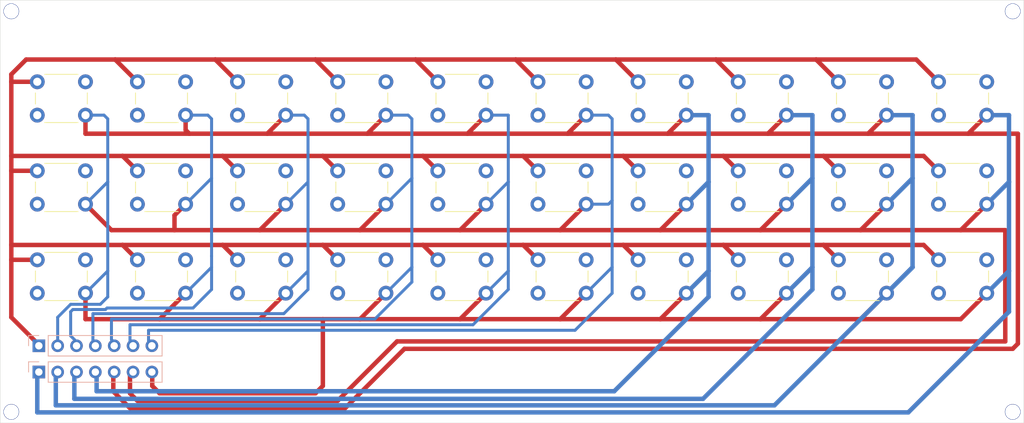
<source format=kicad_pcb>
(kicad_pcb (version 20241229) (generator "pcbnew") (generator_version "9.0")
  (layers (0 "F.Cu" signal) (2 "B.Cu" signal) (13 "F.Paste" user) (15 "B.Paste" user) (5 "F.SilkS" user "F.Silkscreen") (7 "B.SilkS" user "B.Silkscreen") (1 "F.Mask" user) (3 "B.Mask" user) (25 "Edge.Cuts" user))
  (net 0 "")
  (net 1 ".")
  (footprint "Button_Switch_THT:SW_PUSH_6mm" (layer "F.Cu") (at 165.5 99)
    (property "Reference" "j" (hide yes))
    (property "Value" "SW_PUSH_6mm" (hide yes))
    (fp_line (start -0.25 1.5) (end -0.25 3) (stroke (width 0.12)) (layer "F.SilkS"))
    (fp_line (start 1 5.5) (end 5.5 5.5) (stroke (width 0.12)) (layer "F.SilkS"))
    (fp_line (start 5.5 -1) (end 1 -1) (stroke (width 0.12)) (layer "F.SilkS"))
    (fp_line (start 6.75 3) (end 6.75 1.5) (stroke (width 0.12)) (layer "F.SilkS"))
    (pad "1" thru_hole circle (at 0 0 90) (size 2 2) (drill 1.1) (layers "*.Cu" "*.Mask") (net 1 "."))
    (pad "1" thru_hole circle (at 6.5 0 90) (size 2 2) (drill 1.1) (layers "*.Cu" "*.Mask"))
    (pad "2" thru_hole circle (at 0 4.5 90) (size 2 2) (drill 1.1) (layers "*.Cu" "*.Mask"))
    (pad "2" thru_hole circle (at 6.5 4.5 90) (size 2 2) (drill 1.1) (layers "*.Cu" "*.Mask") (net 1 "."))
  )
  (footprint "Button_Switch_THT:SW_PUSH_6mm" (layer "F.Cu") (at 138.5 99)
    (property "Reference" "g" (hide yes))
    (property "Value" "SW_PUSH_6mm" (hide yes))
    (fp_line (start -0.25 1.5) (end -0.25 3) (stroke (width 0.12)) (layer "F.SilkS"))
    (fp_line (start 1 5.5) (end 5.5 5.5) (stroke (width 0.12)) (layer "F.SilkS"))
    (fp_line (start 5.5 -1) (end 1 -1) (stroke (width 0.12)) (layer "F.SilkS"))
    (fp_line (start 6.75 3) (end 6.75 1.5) (stroke (width 0.12)) (layer "F.SilkS"))
    (pad "1" thru_hole circle (at 0 0 90) (size 2 2) (drill 1.1) (layers "*.Cu" "*.Mask") (net 1 "."))
    (pad "1" thru_hole circle (at 6.5 0 90) (size 2 2) (drill 1.1) (layers "*.Cu" "*.Mask"))
    (pad "2" thru_hole circle (at 0 4.5 90) (size 2 2) (drill 1.1) (layers "*.Cu" "*.Mask"))
    (pad "2" thru_hole circle (at 6.5 4.5 90) (size 2 2) (drill 1.1) (layers "*.Cu" "*.Mask") (net 1 "."))
  )
  (footprint "Button_Switch_THT:SW_PUSH_6mm" (layer "F.Cu") (at 84.5 111)
    (property "Reference" "z" (hide yes))
    (property "Value" "SW_PUSH_6mm" (hide yes))
    (fp_line (start -0.25 1.5) (end -0.25 3) (stroke (width 0.12)) (layer "F.SilkS"))
    (fp_line (start 1 5.5) (end 5.5 5.5) (stroke (width 0.12)) (layer "F.SilkS"))
    (fp_line (start 5.5 -1) (end 1 -1) (stroke (width 0.12)) (layer "F.SilkS"))
    (fp_line (start 6.75 3) (end 6.75 1.5) (stroke (width 0.12)) (layer "F.SilkS"))
    (pad "1" thru_hole circle (at 0 0 90) (size 2 2) (drill 1.1) (layers "*.Cu" "*.Mask") (net 1 "."))
    (pad "1" thru_hole circle (at 6.5 0 90) (size 2 2) (drill 1.1) (layers "*.Cu" "*.Mask"))
    (pad "2" thru_hole circle (at 0 4.5 90) (size 2 2) (drill 1.1) (layers "*.Cu" "*.Mask"))
    (pad "2" thru_hole circle (at 6.5 4.5 90) (size 2 2) (drill 1.1) (layers "*.Cu" "*.Mask") (net 1 "."))
  )
  (footprint "Button_Switch_THT:SW_PUSH_6mm" (layer "F.Cu") (at 165.5 87)
    (property "Reference" "u" (hide yes))
    (property "Value" "SW_PUSH_6mm" (hide yes))
    (fp_line (start -0.25 1.5) (end -0.25 3) (stroke (width 0.12)) (layer "F.SilkS"))
    (fp_line (start 1 5.5) (end 5.5 5.5) (stroke (width 0.12)) (layer "F.SilkS"))
    (fp_line (start 5.5 -1) (end 1 -1) (stroke (width 0.12)) (layer "F.SilkS"))
    (fp_line (start 6.75 3) (end 6.75 1.5) (stroke (width 0.12)) (layer "F.SilkS"))
    (pad "1" thru_hole circle (at 0 0 90) (size 2 2) (drill 1.1) (layers "*.Cu" "*.Mask") (net 1 "."))
    (pad "1" thru_hole circle (at 6.5 0 90) (size 2 2) (drill 1.1) (layers "*.Cu" "*.Mask"))
    (pad "2" thru_hole circle (at 0 4.5 90) (size 2 2) (drill 1.1) (layers "*.Cu" "*.Mask"))
    (pad "2" thru_hole circle (at 6.5 4.5 90) (size 2 2) (drill 1.1) (layers "*.Cu" "*.Mask") (net 1 "."))
  )
  (footprint "Button_Switch_THT:SW_PUSH_6mm" (layer "F.Cu") (at 192.5 87)
    (property "Reference" "o" (hide yes))
    (property "Value" "SW_PUSH_6mm" (hide yes))
    (fp_line (start -0.25 1.5) (end -0.25 3) (stroke (width 0.12)) (layer "F.SilkS"))
    (fp_line (start 1 5.5) (end 5.5 5.5) (stroke (width 0.12)) (layer "F.SilkS"))
    (fp_line (start 5.5 -1) (end 1 -1) (stroke (width 0.12)) (layer "F.SilkS"))
    (fp_line (start 6.75 3) (end 6.75 1.5) (stroke (width 0.12)) (layer "F.SilkS"))
    (pad "1" thru_hole circle (at 0 0 90) (size 2 2) (drill 1.1) (layers "*.Cu" "*.Mask") (net 1 "."))
    (pad "1" thru_hole circle (at 6.5 0 90) (size 2 2) (drill 1.1) (layers "*.Cu" "*.Mask"))
    (pad "2" thru_hole circle (at 0 4.5 90) (size 2 2) (drill 1.1) (layers "*.Cu" "*.Mask"))
    (pad "2" thru_hole circle (at 6.5 4.5 90) (size 2 2) (drill 1.1) (layers "*.Cu" "*.Mask") (net 1 "."))
  )
  (footprint "Button_Switch_THT:SW_PUSH_6mm" (layer "F.Cu") (at 165.5 111)
    (property "Reference" "n" (hide yes))
    (property "Value" "SW_PUSH_6mm" (hide yes))
    (fp_line (start -0.25 1.5) (end -0.25 3) (stroke (width 0.12)) (layer "F.SilkS"))
    (fp_line (start 1 5.5) (end 5.5 5.5) (stroke (width 0.12)) (layer "F.SilkS"))
    (fp_line (start 5.5 -1) (end 1 -1) (stroke (width 0.12)) (layer "F.SilkS"))
    (fp_line (start 6.75 3) (end 6.75 1.5) (stroke (width 0.12)) (layer "F.SilkS"))
    (pad "1" thru_hole circle (at 0 0 90) (size 2 2) (drill 1.1) (layers "*.Cu" "*.Mask") (net 1 "."))
    (pad "1" thru_hole circle (at 6.5 0 90) (size 2 2) (drill 1.1) (layers "*.Cu" "*.Mask"))
    (pad "2" thru_hole circle (at 0 4.5 90) (size 2 2) (drill 1.1) (layers "*.Cu" "*.Mask"))
    (pad "2" thru_hole circle (at 6.5 4.5 90) (size 2 2) (drill 1.1) (layers "*.Cu" "*.Mask") (net 1 "."))
  )
  (footprint "Button_Switch_THT:SW_PUSH_6mm" (layer "F.Cu") (at 206 99)
    (property "Reference" "ret" (hide yes))
    (property "Value" "SW_PUSH_6mm" (hide yes))
    (fp_line (start -0.25 1.5) (end -0.25 3) (stroke (width 0.12)) (layer "F.SilkS"))
    (fp_line (start 1 5.5) (end 5.5 5.5) (stroke (width 0.12)) (layer "F.SilkS"))
    (fp_line (start 5.5 -1) (end 1 -1) (stroke (width 0.12)) (layer "F.SilkS"))
    (fp_line (start 6.75 3) (end 6.75 1.5) (stroke (width 0.12)) (layer "F.SilkS"))
    (pad "1" thru_hole circle (at 0 0 90) (size 2 2) (drill 1.1) (layers "*.Cu" "*.Mask") (net 1 "."))
    (pad "1" thru_hole circle (at 6.5 0 90) (size 2 2) (drill 1.1) (layers "*.Cu" "*.Mask"))
    (pad "2" thru_hole circle (at 0 4.5 90) (size 2 2) (drill 1.1) (layers "*.Cu" "*.Mask"))
    (pad "2" thru_hole circle (at 6.5 4.5 90) (size 2 2) (drill 1.1) (layers "*.Cu" "*.Mask") (net 1 "."))
  )
  (footprint "Button_Switch_THT:SW_PUSH_6mm" (layer "F.Cu") (at 152 111)
    (property "Reference" "space" (hide yes))
    (property "Value" "SW_PUSH_6mm" (hide yes))
    (fp_line (start -0.25 1.5) (end -0.25 3) (stroke (width 0.12)) (layer "F.SilkS"))
    (fp_line (start 1 5.5) (end 5.5 5.5) (stroke (width 0.12)) (layer "F.SilkS"))
    (fp_line (start 5.5 -1) (end 1 -1) (stroke (width 0.12)) (layer "F.SilkS"))
    (fp_line (start 6.75 3) (end 6.75 1.5) (stroke (width 0.12)) (layer "F.SilkS"))
    (pad "1" thru_hole circle (at 0 0 90) (size 2 2) (drill 1.1) (layers "*.Cu" "*.Mask") (net 1 "."))
    (pad "1" thru_hole circle (at 6.5 0 90) (size 2 2) (drill 1.1) (layers "*.Cu" "*.Mask"))
    (pad "2" thru_hole circle (at 0 4.5 90) (size 2 2) (drill 1.1) (layers "*.Cu" "*.Mask"))
    (pad "2" thru_hole circle (at 6.5 4.5 90) (size 2 2) (drill 1.1) (layers "*.Cu" "*.Mask") (net 1 "."))
  )
  (footprint "Button_Switch_THT:SW_PUSH_6mm" (layer "F.Cu") (at 84.5 87)
    (property "Reference" "q" (hide yes))
    (property "Value" "SW_PUSH_6mm" (hide yes))
    (fp_line (start -0.25 1.5) (end -0.25 3) (stroke (width 0.12)) (layer "F.SilkS"))
    (fp_line (start 1 5.5) (end 5.5 5.5) (stroke (width 0.12)) (layer "F.SilkS"))
    (fp_line (start 5.5 -1) (end 1 -1) (stroke (width 0.12)) (layer "F.SilkS"))
    (fp_line (start 6.75 3) (end 6.75 1.5) (stroke (width 0.12)) (layer "F.SilkS"))
    (pad "1" thru_hole circle (at 0 0 90) (size 2 2) (drill 1.1) (layers "*.Cu" "*.Mask") (net 1 "."))
    (pad "1" thru_hole circle (at 6.5 0 90) (size 2 2) (drill 1.1) (layers "*.Cu" "*.Mask"))
    (pad "2" thru_hole circle (at 0 4.5 90) (size 2 2) (drill 1.1) (layers "*.Cu" "*.Mask"))
    (pad "2" thru_hole circle (at 6.5 4.5 90) (size 2 2) (drill 1.1) (layers "*.Cu" "*.Mask") (net 1 "."))
  )
  (footprint "Button_Switch_THT:SW_PUSH_6mm" (layer "F.Cu") (at 192.5 111)
    (property "Reference" "fun" (hide yes))
    (property "Value" "SW_PUSH_6mm" (hide yes))
    (fp_line (start -0.25 1.5) (end -0.25 3) (stroke (width 0.12)) (layer "F.SilkS"))
    (fp_line (start 1 5.5) (end 5.5 5.5) (stroke (width 0.12)) (layer "F.SilkS"))
    (fp_line (start 5.5 -1) (end 1 -1) (stroke (width 0.12)) (layer "F.SilkS"))
    (fp_line (start 6.75 3) (end 6.75 1.5) (stroke (width 0.12)) (layer "F.SilkS"))
    (pad "1" thru_hole circle (at 0 0 90) (size 2 2) (drill 1.1) (layers "*.Cu" "*.Mask") (net 1 "."))
    (pad "1" thru_hole circle (at 6.5 0 90) (size 2 2) (drill 1.1) (layers "*.Cu" "*.Mask"))
    (pad "2" thru_hole circle (at 0 4.5 90) (size 2 2) (drill 1.1) (layers "*.Cu" "*.Mask"))
    (pad "2" thru_hole circle (at 6.5 4.5 90) (size 2 2) (drill 1.1) (layers "*.Cu" "*.Mask") (net 1 "."))
  )
  (footprint "Button_Switch_THT:SW_PUSH_6mm" (layer "F.Cu") (at 179 111)
    (property "Reference" "m" (hide yes))
    (property "Value" "SW_PUSH_6mm" (hide yes))
    (fp_line (start -0.25 1.5) (end -0.25 3) (stroke (width 0.12)) (layer "F.SilkS"))
    (fp_line (start 1 5.5) (end 5.5 5.5) (stroke (width 0.12)) (layer "F.SilkS"))
    (fp_line (start 5.5 -1) (end 1 -1) (stroke (width 0.12)) (layer "F.SilkS"))
    (fp_line (start 6.75 3) (end 6.75 1.5) (stroke (width 0.12)) (layer "F.SilkS"))
    (pad "1" thru_hole circle (at 0 0 90) (size 2 2) (drill 1.1) (layers "*.Cu" "*.Mask") (net 1 "."))
    (pad "1" thru_hole circle (at 6.5 0 90) (size 2 2) (drill 1.1) (layers "*.Cu" "*.Mask"))
    (pad "2" thru_hole circle (at 0 4.5 90) (size 2 2) (drill 1.1) (layers "*.Cu" "*.Mask"))
    (pad "2" thru_hole circle (at 6.5 4.5 90) (size 2 2) (drill 1.1) (layers "*.Cu" "*.Mask") (net 1 "."))
  )
  (footprint "Button_Switch_THT:SW_PUSH_6mm" (layer "F.Cu") (at 125 99)
    (property "Reference" "f" (hide yes))
    (property "Value" "SW_PUSH_6mm" (hide yes))
    (fp_line (start -0.25 1.5) (end -0.25 3) (stroke (width 0.12)) (layer "F.SilkS"))
    (fp_line (start 1 5.5) (end 5.5 5.5) (stroke (width 0.12)) (layer "F.SilkS"))
    (fp_line (start 5.5 -1) (end 1 -1) (stroke (width 0.12)) (layer "F.SilkS"))
    (fp_line (start 6.75 3) (end 6.75 1.5) (stroke (width 0.12)) (layer "F.SilkS"))
    (pad "1" thru_hole circle (at 0 0 90) (size 2 2) (drill 1.1) (layers "*.Cu" "*.Mask") (net 1 "."))
    (pad "1" thru_hole circle (at 6.5 0 90) (size 2 2) (drill 1.1) (layers "*.Cu" "*.Mask"))
    (pad "2" thru_hole circle (at 0 4.5 90) (size 2 2) (drill 1.1) (layers "*.Cu" "*.Mask"))
    (pad "2" thru_hole circle (at 6.5 4.5 90) (size 2 2) (drill 1.1) (layers "*.Cu" "*.Mask") (net 1 "."))
  )
  (footprint "Button_Switch_THT:SW_PUSH_6mm" (layer "F.Cu") (at 98 111)
    (property "Reference" "x" (hide yes))
    (property "Value" "SW_PUSH_6mm" (hide yes))
    (fp_line (start -0.25 1.5) (end -0.25 3) (stroke (width 0.12)) (layer "F.SilkS"))
    (fp_line (start 1 5.5) (end 5.5 5.5) (stroke (width 0.12)) (layer "F.SilkS"))
    (fp_line (start 5.5 -1) (end 1 -1) (stroke (width 0.12)) (layer "F.SilkS"))
    (fp_line (start 6.75 3) (end 6.75 1.5) (stroke (width 0.12)) (layer "F.SilkS"))
    (pad "1" thru_hole circle (at 0 0 90) (size 2 2) (drill 1.1) (layers "*.Cu" "*.Mask") (net 1 "."))
    (pad "1" thru_hole circle (at 6.5 0 90) (size 2 2) (drill 1.1) (layers "*.Cu" "*.Mask"))
    (pad "2" thru_hole circle (at 0 4.5 90) (size 2 2) (drill 1.1) (layers "*.Cu" "*.Mask"))
    (pad "2" thru_hole circle (at 6.5 4.5 90) (size 2 2) (drill 1.1) (layers "*.Cu" "*.Mask") (net 1 "."))
  )
  (footprint "Button_Switch_THT:SW_PUSH_6mm" (layer "F.Cu") (at 125 87)
    (property "Reference" "r" (hide yes))
    (property "Value" "SW_PUSH_6mm" (hide yes))
    (fp_line (start -0.25 1.5) (end -0.25 3) (stroke (width 0.12)) (layer "F.SilkS"))
    (fp_line (start 1 5.5) (end 5.5 5.5) (stroke (width 0.12)) (layer "F.SilkS"))
    (fp_line (start 5.5 -1) (end 1 -1) (stroke (width 0.12)) (layer "F.SilkS"))
    (fp_line (start 6.75 3) (end 6.75 1.5) (stroke (width 0.12)) (layer "F.SilkS"))
    (pad "1" thru_hole circle (at 0 0 90) (size 2 2) (drill 1.1) (layers "*.Cu" "*.Mask") (net 1 "."))
    (pad "1" thru_hole circle (at 6.5 0 90) (size 2 2) (drill 1.1) (layers "*.Cu" "*.Mask"))
    (pad "2" thru_hole circle (at 0 4.5 90) (size 2 2) (drill 1.1) (layers "*.Cu" "*.Mask"))
    (pad "2" thru_hole circle (at 6.5 4.5 90) (size 2 2) (drill 1.1) (layers "*.Cu" "*.Mask") (net 1 "."))
  )
  (footprint "Button_Switch_THT:SW_PUSH_6mm" (layer "F.Cu") (at 179 99)
    (property "Reference" "k" (hide yes))
    (property "Value" "SW_PUSH_6mm" (hide yes))
    (fp_line (start -0.25 1.5) (end -0.25 3) (stroke (width 0.12)) (layer "F.SilkS"))
    (fp_line (start 1 5.5) (end 5.5 5.5) (stroke (width 0.12)) (layer "F.SilkS"))
    (fp_line (start 5.5 -1) (end 1 -1) (stroke (width 0.12)) (layer "F.SilkS"))
    (fp_line (start 6.75 3) (end 6.75 1.5) (stroke (width 0.12)) (layer "F.SilkS"))
    (pad "1" thru_hole circle (at 0 0 90) (size 2 2) (drill 1.1) (layers "*.Cu" "*.Mask") (net 1 "."))
    (pad "1" thru_hole circle (at 6.5 0 90) (size 2 2) (drill 1.1) (layers "*.Cu" "*.Mask"))
    (pad "2" thru_hole circle (at 0 4.5 90) (size 2 2) (drill 1.1) (layers "*.Cu" "*.Mask"))
    (pad "2" thru_hole circle (at 6.5 4.5 90) (size 2 2) (drill 1.1) (layers "*.Cu" "*.Mask") (net 1 "."))
  )
  (footprint "Button_Switch_THT:SW_PUSH_6mm" (layer "F.Cu") (at 98 87)
    (property "Reference" "w" (hide yes))
    (property "Value" "SW_PUSH_6mm" (hide yes))
    (fp_line (start -0.25 1.5) (end -0.25 3) (stroke (width 0.12)) (layer "F.SilkS"))
    (fp_line (start 1 5.5) (end 5.5 5.5) (stroke (width 0.12)) (layer "F.SilkS"))
    (fp_line (start 5.5 -1) (end 1 -1) (stroke (width 0.12)) (layer "F.SilkS"))
    (fp_line (start 6.75 3) (end 6.75 1.5) (stroke (width 0.12)) (layer "F.SilkS"))
    (pad "1" thru_hole circle (at 0 0 90) (size 2 2) (drill 1.1) (layers "*.Cu" "*.Mask") (net 1 "."))
    (pad "1" thru_hole circle (at 6.5 0 90) (size 2 2) (drill 1.1) (layers "*.Cu" "*.Mask"))
    (pad "2" thru_hole circle (at 0 4.5 90) (size 2 2) (drill 1.1) (layers "*.Cu" "*.Mask"))
    (pad "2" thru_hole circle (at 6.5 4.5 90) (size 2 2) (drill 1.1) (layers "*.Cu" "*.Mask") (net 1 "."))
  )
  (footprint "Button_Switch_THT:SW_PUSH_6mm" (layer "F.Cu") (at 206 111)
    (property "Reference" "enter" (hide yes))
    (property "Value" "SW_PUSH_6mm" (hide yes))
    (fp_line (start -0.25 1.5) (end -0.25 3) (stroke (width 0.12)) (layer "F.SilkS"))
    (fp_line (start 1 5.5) (end 5.5 5.5) (stroke (width 0.12)) (layer "F.SilkS"))
    (fp_line (start 5.5 -1) (end 1 -1) (stroke (width 0.12)) (layer "F.SilkS"))
    (fp_line (start 6.75 3) (end 6.75 1.5) (stroke (width 0.12)) (layer "F.SilkS"))
    (pad "1" thru_hole circle (at 0 0 90) (size 2 2) (drill 1.1) (layers "*.Cu" "*.Mask") (net 1 "."))
    (pad "1" thru_hole circle (at 6.5 0 90) (size 2 2) (drill 1.1) (layers "*.Cu" "*.Mask"))
    (pad "2" thru_hole circle (at 0 4.5 90) (size 2 2) (drill 1.1) (layers "*.Cu" "*.Mask"))
    (pad "2" thru_hole circle (at 6.5 4.5 90) (size 2 2) (drill 1.1) (layers "*.Cu" "*.Mask") (net 1 "."))
  )
  (footprint "Button_Switch_THT:SW_PUSH_6mm" (layer "F.Cu") (at 206 87)
    (property "Reference" "p" (hide yes))
    (property "Value" "SW_PUSH_6mm" (hide yes))
    (fp_line (start -0.25 1.5) (end -0.25 3) (stroke (width 0.12)) (layer "F.SilkS"))
    (fp_line (start 1 5.5) (end 5.5 5.5) (stroke (width 0.12)) (layer "F.SilkS"))
    (fp_line (start 5.5 -1) (end 1 -1) (stroke (width 0.12)) (layer "F.SilkS"))
    (fp_line (start 6.75 3) (end 6.75 1.5) (stroke (width 0.12)) (layer "F.SilkS"))
    (pad "1" thru_hole circle (at 0 0 90) (size 2 2) (drill 1.1) (layers "*.Cu" "*.Mask") (net 1 "."))
    (pad "1" thru_hole circle (at 6.5 0 90) (size 2 2) (drill 1.1) (layers "*.Cu" "*.Mask"))
    (pad "2" thru_hole circle (at 0 4.5 90) (size 2 2) (drill 1.1) (layers "*.Cu" "*.Mask"))
    (pad "2" thru_hole circle (at 6.5 4.5 90) (size 2 2) (drill 1.1) (layers "*.Cu" "*.Mask") (net 1 "."))
  )
  (footprint "Button_Switch_THT:SW_PUSH_6mm" (layer "F.Cu") (at 192.5 99)
    (property "Reference" "l" (hide yes))
    (property "Value" "SW_PUSH_6mm" (hide yes))
    (fp_line (start -0.25 1.5) (end -0.25 3) (stroke (width 0.12)) (layer "F.SilkS"))
    (fp_line (start 1 5.5) (end 5.5 5.5) (stroke (width 0.12)) (layer "F.SilkS"))
    (fp_line (start 5.5 -1) (end 1 -1) (stroke (width 0.12)) (layer "F.SilkS"))
    (fp_line (start 6.75 3) (end 6.75 1.5) (stroke (width 0.12)) (layer "F.SilkS"))
    (pad "1" thru_hole circle (at 0 0 90) (size 2 2) (drill 1.1) (layers "*.Cu" "*.Mask") (net 1 "."))
    (pad "1" thru_hole circle (at 6.5 0 90) (size 2 2) (drill 1.1) (layers "*.Cu" "*.Mask"))
    (pad "2" thru_hole circle (at 0 4.5 90) (size 2 2) (drill 1.1) (layers "*.Cu" "*.Mask"))
    (pad "2" thru_hole circle (at 6.5 4.5 90) (size 2 2) (drill 1.1) (layers "*.Cu" "*.Mask") (net 1 "."))
  )
  (footprint "Button_Switch_THT:SW_PUSH_6mm" (layer "F.Cu") (at 84.5 99)
    (property "Reference" "a" (hide yes))
    (property "Value" "SW_PUSH_6mm" (hide yes))
    (fp_line (start -0.25 1.5) (end -0.25 3) (stroke (width 0.12)) (layer "F.SilkS"))
    (fp_line (start 1 5.5) (end 5.5 5.5) (stroke (width 0.12)) (layer "F.SilkS"))
    (fp_line (start 5.5 -1) (end 1 -1) (stroke (width 0.12)) (layer "F.SilkS"))
    (fp_line (start 6.75 3) (end 6.75 1.5) (stroke (width 0.12)) (layer "F.SilkS"))
    (pad "1" thru_hole circle (at 0 0 90) (size 2 2) (drill 1.1) (layers "*.Cu" "*.Mask") (net 1 "."))
    (pad "1" thru_hole circle (at 6.5 0 90) (size 2 2) (drill 1.1) (layers "*.Cu" "*.Mask"))
    (pad "2" thru_hole circle (at 0 4.5 90) (size 2 2) (drill 1.1) (layers "*.Cu" "*.Mask"))
    (pad "2" thru_hole circle (at 6.5 4.5 90) (size 2 2) (drill 1.1) (layers "*.Cu" "*.Mask") (net 1 "."))
  )
  (footprint "Button_Switch_THT:SW_PUSH_6mm" (layer "F.Cu") (at 152 99)
    (property "Reference" "h" (hide yes))
    (property "Value" "SW_PUSH_6mm" (hide yes))
    (fp_line (start -0.25 1.5) (end -0.25 3) (stroke (width 0.12)) (layer "F.SilkS"))
    (fp_line (start 1 5.5) (end 5.5 5.5) (stroke (width 0.12)) (layer "F.SilkS"))
    (fp_line (start 5.5 -1) (end 1 -1) (stroke (width 0.12)) (layer "F.SilkS"))
    (fp_line (start 6.75 3) (end 6.75 1.5) (stroke (width 0.12)) (layer "F.SilkS"))
    (pad "1" thru_hole circle (at 0 0 90) (size 2 2) (drill 1.1) (layers "*.Cu" "*.Mask") (net 1 "."))
    (pad "1" thru_hole circle (at 6.5 0 90) (size 2 2) (drill 1.1) (layers "*.Cu" "*.Mask"))
    (pad "2" thru_hole circle (at 0 4.5 90) (size 2 2) (drill 1.1) (layers "*.Cu" "*.Mask"))
    (pad "2" thru_hole circle (at 6.5 4.5 90) (size 2 2) (drill 1.1) (layers "*.Cu" "*.Mask") (net 1 "."))
  )
  (footprint "Button_Switch_THT:SW_PUSH_6mm" (layer "F.Cu") (at 138.5 111)
    (property "Reference" "b" (hide yes))
    (property "Value" "SW_PUSH_6mm" (hide yes))
    (fp_line (start -0.25 1.5) (end -0.25 3) (stroke (width 0.12)) (layer "F.SilkS"))
    (fp_line (start 1 5.5) (end 5.5 5.5) (stroke (width 0.12)) (layer "F.SilkS"))
    (fp_line (start 5.5 -1) (end 1 -1) (stroke (width 0.12)) (layer "F.SilkS"))
    (fp_line (start 6.75 3) (end 6.75 1.5) (stroke (width 0.12)) (layer "F.SilkS"))
    (pad "1" thru_hole circle (at 0 0 90) (size 2 2) (drill 1.1) (layers "*.Cu" "*.Mask") (net 1 "."))
    (pad "1" thru_hole circle (at 6.5 0 90) (size 2 2) (drill 1.1) (layers "*.Cu" "*.Mask"))
    (pad "2" thru_hole circle (at 0 4.5 90) (size 2 2) (drill 1.1) (layers "*.Cu" "*.Mask"))
    (pad "2" thru_hole circle (at 6.5 4.5 90) (size 2 2) (drill 1.1) (layers "*.Cu" "*.Mask") (net 1 "."))
  )
  (footprint "Button_Switch_THT:SW_PUSH_6mm" (layer "F.Cu") (at 125 111)
    (property "Reference" "v" (hide yes))
    (property "Value" "SW_PUSH_6mm" (hide yes))
    (fp_line (start -0.25 1.5) (end -0.25 3) (stroke (width 0.12)) (layer "F.SilkS"))
    (fp_line (start 1 5.5) (end 5.5 5.5) (stroke (width 0.12)) (layer "F.SilkS"))
    (fp_line (start 5.5 -1) (end 1 -1) (stroke (width 0.12)) (layer "F.SilkS"))
    (fp_line (start 6.75 3) (end 6.75 1.5) (stroke (width 0.12)) (layer "F.SilkS"))
    (pad "1" thru_hole circle (at 0 0 90) (size 2 2) (drill 1.1) (layers "*.Cu" "*.Mask") (net 1 "."))
    (pad "1" thru_hole circle (at 6.5 0 90) (size 2 2) (drill 1.1) (layers "*.Cu" "*.Mask"))
    (pad "2" thru_hole circle (at 0 4.5 90) (size 2 2) (drill 1.1) (layers "*.Cu" "*.Mask"))
    (pad "2" thru_hole circle (at 6.5 4.5 90) (size 2 2) (drill 1.1) (layers "*.Cu" "*.Mask") (net 1 "."))
  )
  (footprint "Button_Switch_THT:SW_PUSH_6mm" (layer "F.Cu") (at 111.5 99)
    (property "Reference" "d" (hide yes))
    (property "Value" "SW_PUSH_6mm" (hide yes))
    (fp_line (start -0.25 1.5) (end -0.25 3) (stroke (width 0.12)) (layer "F.SilkS"))
    (fp_line (start 1 5.5) (end 5.5 5.5) (stroke (width 0.12)) (layer "F.SilkS"))
    (fp_line (start 5.5 -1) (end 1 -1) (stroke (width 0.12)) (layer "F.SilkS"))
    (fp_line (start 6.75 3) (end 6.75 1.5) (stroke (width 0.12)) (layer "F.SilkS"))
    (pad "1" thru_hole circle (at 0 0 90) (size 2 2) (drill 1.1) (layers "*.Cu" "*.Mask") (net 1 "."))
    (pad "1" thru_hole circle (at 6.5 0 90) (size 2 2) (drill 1.1) (layers "*.Cu" "*.Mask"))
    (pad "2" thru_hole circle (at 0 4.5 90) (size 2 2) (drill 1.1) (layers "*.Cu" "*.Mask"))
    (pad "2" thru_hole circle (at 6.5 4.5 90) (size 2 2) (drill 1.1) (layers "*.Cu" "*.Mask") (net 1 "."))
  )
  (footprint "Button_Switch_THT:SW_PUSH_6mm" (layer "F.Cu") (at 138.5 87)
    (property "Reference" "t" (hide yes))
    (property "Value" "SW_PUSH_6mm" (hide yes))
    (fp_line (start -0.25 1.5) (end -0.25 3) (stroke (width 0.12)) (layer "F.SilkS"))
    (fp_line (start 1 5.5) (end 5.5 5.5) (stroke (width 0.12)) (layer "F.SilkS"))
    (fp_line (start 5.5 -1) (end 1 -1) (stroke (width 0.12)) (layer "F.SilkS"))
    (fp_line (start 6.75 3) (end 6.75 1.5) (stroke (width 0.12)) (layer "F.SilkS"))
    (pad "1" thru_hole circle (at 0 0 90) (size 2 2) (drill 1.1) (layers "*.Cu" "*.Mask") (net 1 "."))
    (pad "1" thru_hole circle (at 6.5 0 90) (size 2 2) (drill 1.1) (layers "*.Cu" "*.Mask"))
    (pad "2" thru_hole circle (at 0 4.5 90) (size 2 2) (drill 1.1) (layers "*.Cu" "*.Mask"))
    (pad "2" thru_hole circle (at 6.5 4.5 90) (size 2 2) (drill 1.1) (layers "*.Cu" "*.Mask") (net 1 "."))
  )
  (footprint "Button_Switch_THT:SW_PUSH_6mm" (layer "F.Cu") (at 179 87)
    (property "Reference" "i" (hide yes))
    (property "Value" "SW_PUSH_6mm" (hide yes))
    (fp_line (start -0.25 1.5) (end -0.25 3) (stroke (width 0.12)) (layer "F.SilkS"))
    (fp_line (start 1 5.5) (end 5.5 5.5) (stroke (width 0.12)) (layer "F.SilkS"))
    (fp_line (start 5.5 -1) (end 1 -1) (stroke (width 0.12)) (layer "F.SilkS"))
    (fp_line (start 6.75 3) (end 6.75 1.5) (stroke (width 0.12)) (layer "F.SilkS"))
    (pad "1" thru_hole circle (at 0 0 90) (size 2 2) (drill 1.1) (layers "*.Cu" "*.Mask") (net 1 "."))
    (pad "1" thru_hole circle (at 6.5 0 90) (size 2 2) (drill 1.1) (layers "*.Cu" "*.Mask"))
    (pad "2" thru_hole circle (at 0 4.5 90) (size 2 2) (drill 1.1) (layers "*.Cu" "*.Mask"))
    (pad "2" thru_hole circle (at 6.5 4.5 90) (size 2 2) (drill 1.1) (layers "*.Cu" "*.Mask") (net 1 "."))
  )
  (footprint "Button_Switch_THT:SW_PUSH_6mm" (layer "F.Cu") (at 152 87)
    (property "Reference" "y" (hide yes))
    (property "Value" "SW_PUSH_6mm" (hide yes))
    (fp_line (start -0.25 1.5) (end -0.25 3) (stroke (width 0.12)) (layer "F.SilkS"))
    (fp_line (start 1 5.5) (end 5.5 5.5) (stroke (width 0.12)) (layer "F.SilkS"))
    (fp_line (start 5.5 -1) (end 1 -1) (stroke (width 0.12)) (layer "F.SilkS"))
    (fp_line (start 6.75 3) (end 6.75 1.5) (stroke (width 0.12)) (layer "F.SilkS"))
    (pad "1" thru_hole circle (at 0 0 90) (size 2 2) (drill 1.1) (layers "*.Cu" "*.Mask") (net 1 "."))
    (pad "1" thru_hole circle (at 6.5 0 90) (size 2 2) (drill 1.1) (layers "*.Cu" "*.Mask"))
    (pad "2" thru_hole circle (at 0 4.5 90) (size 2 2) (drill 1.1) (layers "*.Cu" "*.Mask"))
    (pad "2" thru_hole circle (at 6.5 4.5 90) (size 2 2) (drill 1.1) (layers "*.Cu" "*.Mask") (net 1 "."))
  )
  (footprint "Button_Switch_THT:SW_PUSH_6mm" (layer "F.Cu") (at 98 99)
    (property "Reference" "s" (hide yes))
    (property "Value" "SW_PUSH_6mm" (hide yes))
    (fp_line (start -0.25 1.5) (end -0.25 3) (stroke (width 0.12)) (layer "F.SilkS"))
    (fp_line (start 1 5.5) (end 5.5 5.5) (stroke (width 0.12)) (layer "F.SilkS"))
    (fp_line (start 5.5 -1) (end 1 -1) (stroke (width 0.12)) (layer "F.SilkS"))
    (fp_line (start 6.75 3) (end 6.75 1.5) (stroke (width 0.12)) (layer "F.SilkS"))
    (pad "1" thru_hole circle (at 0 0 90) (size 2 2) (drill 1.1) (layers "*.Cu" "*.Mask") (net 1 "."))
    (pad "1" thru_hole circle (at 6.5 0 90) (size 2 2) (drill 1.1) (layers "*.Cu" "*.Mask"))
    (pad "2" thru_hole circle (at 0 4.5 90) (size 2 2) (drill 1.1) (layers "*.Cu" "*.Mask"))
    (pad "2" thru_hole circle (at 6.5 4.5 90) (size 2 2) (drill 1.1) (layers "*.Cu" "*.Mask") (net 1 "."))
  )
  (footprint "Button_Switch_THT:SW_PUSH_6mm" (layer "F.Cu") (at 111.5 111)
    (property "Reference" "c" (hide yes))
    (property "Value" "SW_PUSH_6mm" (hide yes))
    (fp_line (start -0.25 1.5) (end -0.25 3) (stroke (width 0.12)) (layer "F.SilkS"))
    (fp_line (start 1 5.5) (end 5.5 5.5) (stroke (width 0.12)) (layer "F.SilkS"))
    (fp_line (start 5.5 -1) (end 1 -1) (stroke (width 0.12)) (layer "F.SilkS"))
    (fp_line (start 6.75 3) (end 6.75 1.5) (stroke (width 0.12)) (layer "F.SilkS"))
    (pad "1" thru_hole circle (at 0 0 90) (size 2 2) (drill 1.1) (layers "*.Cu" "*.Mask") (net 1 "."))
    (pad "1" thru_hole circle (at 6.5 0 90) (size 2 2) (drill 1.1) (layers "*.Cu" "*.Mask"))
    (pad "2" thru_hole circle (at 0 4.5 90) (size 2 2) (drill 1.1) (layers "*.Cu" "*.Mask"))
    (pad "2" thru_hole circle (at 6.5 4.5 90) (size 2 2) (drill 1.1) (layers "*.Cu" "*.Mask") (net 1 "."))
  )
  (footprint "Button_Switch_THT:SW_PUSH_6mm" (layer "F.Cu") (at 111.5 87)
    (property "Reference" "e" (hide yes))
    (property "Value" "SW_PUSH_6mm" (hide yes))
    (fp_line (start -0.25 1.5) (end -0.25 3) (stroke (width 0.12)) (layer "F.SilkS"))
    (fp_line (start 1 5.5) (end 5.5 5.5) (stroke (width 0.12)) (layer "F.SilkS"))
    (fp_line (start 5.5 -1) (end 1 -1) (stroke (width 0.12)) (layer "F.SilkS"))
    (fp_line (start 6.75 3) (end 6.75 1.5) (stroke (width 0.12)) (layer "F.SilkS"))
    (pad "1" thru_hole circle (at 0 0 90) (size 2 2) (drill 1.1) (layers "*.Cu" "*.Mask") (net 1 "."))
    (pad "1" thru_hole circle (at 6.5 0 90) (size 2 2) (drill 1.1) (layers "*.Cu" "*.Mask"))
    (pad "2" thru_hole circle (at 0 4.5 90) (size 2 2) (drill 1.1) (layers "*.Cu" "*.Mask"))
    (pad "2" thru_hole circle (at 6.5 4.5 90) (size 2 2) (drill 1.1) (layers "*.Cu" "*.Mask") (net 1 "."))
  )
  (footprint "Connector_PinHeader_2.54mm:PinHeader_1x07_P2.54mm_Vertical" (layer "B.Cu") (at 84.71 122.59 -90)
    (property "Reference" "PinHeader_1" (hide yes))
    (property "Value" "PinHeader_1x07_P2.54mm_Vertical" (hide yes))
    (fp_line (start -1.38 1.38) (end 0 1.38) (stroke (width 0.12)) (layer "B.SilkS"))
    (fp_line (start -1.38 0) (end -1.38 1.38) (stroke (width 0.12)) (layer "B.SilkS"))
    (fp_line (start -1.38 -1.27) (end 1.38 -1.27) (stroke (width 0.12)) (layer "B.SilkS"))
    (fp_line (start -1.38 -1.27) (end -1.38 -16.62) (stroke (width 0.12)) (layer "B.SilkS"))
    (fp_line (start 1.38 -1.27) (end 1.38 -16.62) (stroke (width 0.12)) (layer "B.SilkS"))
    (fp_line (start -1.38 -16.62) (end 1.38 -16.62) (stroke (width 0.12)) (layer "B.SilkS"))
    (pad "1" thru_hole rect (at 0 0 270) (size 1.7 1.7) (drill 1) (layers "*.Cu" "*.Mask"))
    (pad "2" thru_hole circle (at 0 -2.54 270) (size 1.7 1.7) (drill 1) (layers "*.Cu" "*.Mask"))
    (pad "3" thru_hole circle (at 0 -5.08 270) (size 1.7 1.7) (drill 1) (layers "*.Cu" "*.Mask"))
    (pad "4" thru_hole circle (at 0 -7.62 270) (size 1.7 1.7) (drill 1) (layers "*.Cu" "*.Mask"))
    (pad "5" thru_hole circle (at 0 -10.16 270) (size 1.7 1.7) (drill 1) (layers "*.Cu" "*.Mask"))
    (pad "6" thru_hole circle (at 0 -12.7 270) (size 1.7 1.7) (drill 1) (layers "*.Cu" "*.Mask"))
    (pad "7" thru_hole circle (at 0 -15.24 270) (size 1.7 1.7) (drill 1) (layers "*.Cu" "*.Mask"))
  )
  (footprint "Connector_PinHeader_2.54mm:PinHeader_1x07_P2.54mm_Vertical" (layer "B.Cu") (at 84.71 126.13 -90)
    (property "Reference" "PinHeader_2" (hide yes))
    (property "Value" "PinHeader_1x07_P2.54mm_Vertical" (hide yes))
    (fp_line (start -1.38 1.38) (end 0 1.38) (stroke (width 0.12)) (layer "B.SilkS"))
    (fp_line (start -1.38 0) (end -1.38 1.38) (stroke (width 0.12)) (layer "B.SilkS"))
    (fp_line (start -1.38 -1.27) (end 1.38 -1.27) (stroke (width 0.12)) (layer "B.SilkS"))
    (fp_line (start -1.38 -1.27) (end -1.38 -16.62) (stroke (width 0.12)) (layer "B.SilkS"))
    (fp_line (start 1.38 -1.27) (end 1.38 -16.62) (stroke (width 0.12)) (layer "B.SilkS"))
    (fp_line (start -1.38 -16.62) (end 1.38 -16.62) (stroke (width 0.12)) (layer "B.SilkS"))
    (pad "1" thru_hole rect (at 0 0 270) (size 1.7 1.7) (drill 1) (layers "*.Cu" "*.Mask"))
    (pad "2" thru_hole circle (at 0 -2.54 270) (size 1.7 1.7) (drill 1) (layers "*.Cu" "*.Mask"))
    (pad "3" thru_hole circle (at 0 -5.08 270) (size 1.7 1.7) (drill 1) (layers "*.Cu" "*.Mask"))
    (pad "4" thru_hole circle (at 0 -7.62 270) (size 1.7 1.7) (drill 1) (layers "*.Cu" "*.Mask"))
    (pad "5" thru_hole circle (at 0 -10.16 270) (size 1.7 1.7) (drill 1) (layers "*.Cu" "*.Mask"))
    (pad "6" thru_hole circle (at 0 -12.7 270) (size 1.7 1.7) (drill 1) (layers "*.Cu" "*.Mask"))
    (pad "7" thru_hole circle (at 0 -15.24 270) (size 1.7 1.7) (drill 1) (layers "*.Cu" "*.Mask"))
  )
  (gr_line (start 217.5 76) (end 79.5 76) (stroke (width 0.05)) (layer "Edge.Cuts"))
  (gr_line (start 217.5 133) (end 217.5 76) (stroke (width 0.05)) (layer "Edge.Cuts"))
  (gr_line (start 217.5 133) (end 79.5 133) (stroke (width 0.05)) (layer "Edge.Cuts"))
  (gr_line (start 79.5 76) (end 79.5 133) (stroke (width 0.05)) (layer "Edge.Cuts"))
  (segment (start 141.5 107) (end 155 107) (width 0.6) (layer "F.Cu") (net 1))
  (segment (start 105 94) (end 104.5 93.5) (width 0.6) (layer "F.Cu") (net 1))
  (segment (start 96 109) (end 109.5 109) (width 0.6) (layer "F.Cu") (net 1))
  (segment (start 190.5 109) (end 192.5 111) (width 0.6) (layer "F.Cu") (net 1))
  (segment (start 215 122) (end 133 122) (width 0.6) (layer "F.Cu") (net 1))
  (segment (start 101 119) (end 114.5 119) (width 0.6) (layer "F.Cu") (net 1))
  (segment (start 123 119) (end 123 128) (width 0.6) (layer "F.Cu") (net 1))
  (segment (start 195.5 119) (end 199 115.5) (width 0.6) (layer "F.Cu") (net 1))
  (segment (start 150 109) (end 163.5 109) (width 0.6) (layer "F.Cu") (net 1))
  (segment (start 182 107) (end 195.5 107) (width 0.6) (layer "F.Cu") (net 1))
  (segment (start 128 107) (end 141.5 107) (width 0.6) (layer "F.Cu") (net 1))
  (segment (start 215 107) (end 215 122) (width 0.6) (layer "F.Cu") (net 1))
  (segment (start 177 97) (end 179 99) (width 0.6) (layer "F.Cu") (net 1))
  (segment (start 142.5 94) (end 145 91.5) (width 0.6) (layer "F.Cu") (net 1))
  (segment (start 177 109) (end 179 111) (width 0.6) (layer "F.Cu") (net 1))
  (segment (start 155 107) (end 158.5 103.5) (width 0.6) (layer "F.Cu") (net 1))
  (segment (start 177 109) (end 190.5 109) (width 0.6) (layer "F.Cu") (net 1))
  (segment (start 183 94) (end 196.5 94) (width 0.6) (layer "F.Cu") (net 1))
  (segment (start 136.5 109) (end 138.5 111) (width 0.6) (layer "F.Cu") (net 1))
  (segment (start 83 84) (end 95 84) (width 0.6) (layer "F.Cu") (net 1))
  (segment (start 84.5 87) (end 81 87) (width 0.6) (layer "F.Cu") (net 1))
  (segment (start 105 94) (end 115.5 94) (width 0.6) (layer "F.Cu") (net 1))
  (segment (start 81 87) (end 81 97) (width 0.6) (layer "F.Cu") (net 1))
  (segment (start 115.5 94) (end 118 91.5) (width 0.6) (layer "F.Cu") (net 1))
  (segment (start 135.5 84) (end 149 84) (width 0.6) (layer "F.Cu") (net 1))
  (segment (start 104.5 93.5) (end 104.5 91.5) (width 0.6) (layer "F.Cu") (net 1))
  (segment (start 128 119) (end 131.5 115.5) (width 0.6) (layer "F.Cu") (net 1))
  (segment (start 96 97) (end 98 99) (width 0.6) (layer "F.Cu") (net 1))
  (segment (start 136.5 97) (end 138.5 99) (width 0.6) (layer "F.Cu") (net 1))
  (segment (start 141.5 107) (end 145 103.5) (width 0.6) (layer "F.Cu") (net 1))
  (segment (start 182 107) (end 185.5 103.5) (width 0.6) (layer "F.Cu") (net 1))
  (segment (start 81 86) (end 83 84) (width 0.6) (layer "F.Cu") (net 1))
  (segment (start 195.5 107) (end 209 107) (width 0.6) (layer "F.Cu") (net 1))
  (segment (start 94.75 125.8) (end 94.77 125.78) (width 0.6) (layer "F.Cu") (net 1))
  (segment (start 168.5 107) (end 172 103.5) (width 0.6) (layer "F.Cu") (net 1))
  (segment (start 84.5 111) (end 81 111) (width 0.6) (layer "F.Cu") (net 1))
  (segment (start 81 99) (end 81 109) (width 0.6) (layer "F.Cu") (net 1))
  (segment (start 196.5 94) (end 210 94) (width 0.6) (layer "F.Cu") (net 1))
  (segment (start 136.5 97) (end 150 97) (width 0.6) (layer "F.Cu") (net 1))
  (segment (start 95 84) (end 108.5 84) (width 0.6) (layer "F.Cu") (net 1))
  (segment (start 91 119) (end 101 119) (width 0.6) (layer "F.Cu") (net 1))
  (segment (start 94.5 107) (end 103 107) (width 0.6) (layer "F.Cu") (net 1))
  (segment (start 109.5 97) (end 111.5 99) (width 0.6) (layer "F.Cu") (net 1))
  (segment (start 209 107) (end 215 107) (width 0.6) (layer "F.Cu") (net 1))
  (segment (start 81 118.75) (end 84.75 122.5) (width 0.6) (layer "F.Cu") (net 1))
  (segment (start 122 129) (end 101 129) (width 0.6) (layer "F.Cu") (net 1))
  (segment (start 81 87) (end 81 86) (width 0.6) (layer "F.Cu") (net 1))
  (segment (start 123 97) (end 136.5 97) (width 0.6) (layer "F.Cu") (net 1))
  (segment (start 163.5 97) (end 165.5 99) (width 0.6) (layer "F.Cu") (net 1))
  (segment (start 97 126.05) (end 97.14 125.91) (width 0.6) (layer "F.Cu") (net 1))
  (segment (start 156 94) (end 158.5 91.5) (width 0.6) (layer "F.Cu") (net 1))
  (segment (start 114.5 119) (end 118 115.5) (width 0.6) (layer "F.Cu") (net 1))
  (segment (start 176 84) (end 179 87) (width 0.6) (layer "F.Cu") (net 1))
  (segment (start 123 97) (end 125 99) (width 0.6) (layer "F.Cu") (net 1))
  (segment (start 95 84) (end 98 87) (width 0.6) (layer "F.Cu") (net 1))
  (segment (start 103 105) (end 104.5 103.5) (width 0.6) (layer "F.Cu") (net 1))
  (segment (start 141.5 119) (end 145 115.5) (width 0.6) (layer "F.Cu") (net 1))
  (segment (start 168.5 107) (end 182 107) (width 0.6) (layer "F.Cu") (net 1))
  (segment (start 126 131) (end 97 131) (width 0.6) (layer "F.Cu") (net 1))
  (segment (start 109.5 97) (end 123 97) (width 0.6) (layer "F.Cu") (net 1))
  (segment (start 182 119) (end 185.5 115.5) (width 0.6) (layer "F.Cu") (net 1))
  (segment (start 204 109) (end 206 111) (width 0.6) (layer "F.Cu") (net 1))
  (segment (start 209 119) (end 212.5 115.5) (width 0.6) (layer "F.Cu") (net 1))
  (segment (start 168.5 119) (end 172 115.5) (width 0.6) (layer "F.Cu") (net 1))
  (segment (start 204 97) (end 206 99) (width 0.6) (layer "F.Cu") (net 1))
  (segment (start 163.5 109) (end 165.5 111) (width 0.6) (layer "F.Cu") (net 1))
  (segment (start 97 129) (end 97 126.05) (width 0.6) (layer "F.Cu") (net 1))
  (segment (start 190.5 97) (end 192.5 99) (width 0.6) (layer "F.Cu") (net 1))
  (segment (start 96 97) (end 109.5 97) (width 0.6) (layer "F.Cu") (net 1))
  (segment (start 141.5 119) (end 155 119) (width 0.6) (layer "F.Cu") (net 1))
  (segment (start 142.5 94) (end 156 94) (width 0.6) (layer "F.Cu") (net 1))
  (segment (start 195.5 119) (end 209 119) (width 0.6) (layer "F.Cu") (net 1))
  (segment (start 176 84) (end 189.5 84) (width 0.6) (layer "F.Cu") (net 1))
  (segment (start 81 97) (end 81 99) (width 0.6) (layer "F.Cu") (net 1))
  (segment (start 149 84) (end 162.5 84) (width 0.6) (layer "F.Cu") (net 1))
  (segment (start 109.5 109) (end 123 109) (width 0.6) (layer "F.Cu") (net 1))
  (segment (start 103 107) (end 103 105) (width 0.6) (layer "F.Cu") (net 1))
  (segment (start 91 91.5) (end 91 94) (width 0.6) (layer "F.Cu") (net 1))
  (segment (start 114.5 119) (end 123 119) (width 0.6) (layer "F.Cu") (net 1))
  (segment (start 149 84) (end 152 87) (width 0.6) (layer "F.Cu") (net 1))
  (segment (start 196.5 94) (end 199 91.5) (width 0.6) (layer "F.Cu") (net 1))
  (segment (start 162.5 84) (end 176 84) (width 0.6) (layer "F.Cu") (net 1))
  (segment (start 81 109) (end 81 111) (width 0.6) (layer "F.Cu") (net 1))
  (segment (start 136.5 109) (end 150 109) (width 0.6) (layer "F.Cu") (net 1))
  (segment (start 177 97) (end 190.5 97) (width 0.6) (layer "F.Cu") (net 1))
  (segment (start 163.5 109) (end 177 109) (width 0.6) (layer "F.Cu") (net 1))
  (segment (start 98 130) (end 97 129) (width 0.6) (layer "F.Cu") (net 1))
  (segment (start 203 84) (end 206 87) (width 0.6) (layer "F.Cu") (net 1))
  (segment (start 169.5 94) (end 172 91.5) (width 0.6) (layer "F.Cu") (net 1))
  (segment (start 123 119) (end 128 119) (width 0.6) (layer "F.Cu") (net 1))
  (segment (start 100 126.15) (end 99.83 125.98) (width 0.6) (layer "F.Cu") (net 1))
  (segment (start 169.5 94) (end 183 94) (width 0.6) (layer "F.Cu") (net 1))
  (segment (start 128 107) (end 131.5 103.5) (width 0.6) (layer "F.Cu") (net 1))
  (segment (start 91 94) (end 105 94) (width 0.6) (layer "F.Cu") (net 1))
  (segment (start 108.5 84) (end 122 84) (width 0.6) (layer "F.Cu") (net 1))
  (segment (start 190.5 97) (end 204 97) (width 0.6) (layer "F.Cu") (net 1))
  (segment (start 189.5 84) (end 203 84) (width 0.6) (layer "F.Cu") (net 1))
  (segment (start 115.5 94) (end 129 94) (width 0.6) (layer "F.Cu") (net 1))
  (segment (start 150 97) (end 152 99) (width 0.6) (layer "F.Cu") (net 1))
  (segment (start 210 94) (end 212.5 91.5) (width 0.6) (layer "F.Cu") (net 1))
  (segment (start 189.5 84) (end 192.5 87) (width 0.6) (layer "F.Cu") (net 1))
  (segment (start 156 94) (end 169.5 94) (width 0.6) (layer "F.Cu") (net 1))
  (segment (start 128 119) (end 141.5 119) (width 0.6) (layer "F.Cu") (net 1))
  (segment (start 108.5 84) (end 111.5 87) (width 0.6) (layer "F.Cu") (net 1))
  (segment (start 81 109) (end 96 109) (width 0.6) (layer "F.Cu") (net 1))
  (segment (start 134 123) (end 126 131) (width 0.6) (layer "F.Cu") (net 1))
  (segment (start 91 103.5) (end 94.5 107) (width 0.6) (layer "F.Cu") (net 1))
  (segment (start 129 94) (end 142.5 94) (width 0.6) (layer "F.Cu") (net 1))
  (segment (start 96 109) (end 98 111) (width 0.6) (layer "F.Cu") (net 1))
  (segment (start 103 107) (end 114.5 107) (width 0.6) (layer "F.Cu") (net 1))
  (segment (start 209 107) (end 212.5 103.5) (width 0.6) (layer "F.Cu") (net 1))
  (segment (start 81 97) (end 96 97) (width 0.6) (layer "F.Cu") (net 1))
  (segment (start 109.5 109) (end 111.5 111) (width 0.6) (layer "F.Cu") (net 1))
  (segment (start 155 119) (end 168.5 119) (width 0.6) (layer "F.Cu") (net 1))
  (segment (start 94.75 128.75) (end 94.75 125.8) (width 0.6) (layer "F.Cu") (net 1))
  (segment (start 135.5 84) (end 138.5 87) (width 0.6) (layer "F.Cu") (net 1))
  (segment (start 216.699 122.301) (end 216 123) (width 0.6) (layer "F.Cu") (net 1))
  (segment (start 150 97) (end 163.5 97) (width 0.6) (layer "F.Cu") (net 1))
  (segment (start 100 128) (end 100 126.15) (width 0.6) (layer "F.Cu") (net 1))
  (segment (start 123 109) (end 125 111) (width 0.6) (layer "F.Cu") (net 1))
  (segment (start 81 111) (end 81 118.75) (width 0.6) (layer "F.Cu") (net 1))
  (segment (start 150 109) (end 152 111) (width 0.6) (layer "F.Cu") (net 1))
  (segment (start 182 119) (end 195.5 119) (width 0.6) (layer "F.Cu") (net 1))
  (segment (start 114.5 107) (end 128 107) (width 0.6) (layer "F.Cu") (net 1))
  (segment (start 91 115.5) (end 91 119) (width 0.6) (layer "F.Cu") (net 1))
  (segment (start 216 123) (end 134 123) (width 0.6) (layer "F.Cu") (net 1))
  (segment (start 162.5 84) (end 165.5 87) (width 0.6) (layer "F.Cu") (net 1))
  (segment (start 183 94) (end 185.5 91.5) (width 0.6) (layer "F.Cu") (net 1))
  (segment (start 129 94) (end 131.5 91.5) (width 0.6) (layer "F.Cu") (net 1))
  (segment (start 168.5 119) (end 182 119) (width 0.6) (layer "F.Cu") (net 1))
  (segment (start 114.5 107) (end 118 103.5) (width 0.6) (layer "F.Cu") (net 1))
  (segment (start 122 84) (end 135.5 84) (width 0.6) (layer "F.Cu") (net 1))
  (segment (start 210 94) (end 216.699 94) (width 0.6) (layer "F.Cu") (net 1))
  (segment (start 155 107) (end 168.5 107) (width 0.6) (layer "F.Cu") (net 1))
  (segment (start 123 109) (end 136.5 109) (width 0.6) (layer "F.Cu") (net 1))
  (segment (start 97 131) (end 94.75 128.75) (width 0.6) (layer "F.Cu") (net 1))
  (segment (start 133 122) (end 125 130) (width 0.6) (layer "F.Cu") (net 1))
  (segment (start 101 119) (end 104.5 115.5) (width 0.6) (layer "F.Cu") (net 1))
  (segment (start 190.5 109) (end 204 109) (width 0.6) (layer "F.Cu") (net 1))
  (segment (start 123 128) (end 122 129) (width 0.6) (layer "F.Cu") (net 1))
  (segment (start 125 130) (end 98 130) (width 0.6) (layer "F.Cu") (net 1))
  (segment (start 163.5 97) (end 177 97) (width 0.6) (layer "F.Cu") (net 1))
  (segment (start 84.5 99) (end 81 99) (width 0.6) (layer "F.Cu") (net 1))
  (segment (start 101 129) (end 100 128) (width 0.6) (layer "F.Cu") (net 1))
  (segment (start 122 84) (end 125 87) (width 0.6) (layer "F.Cu") (net 1))
  (segment (start 155 119) (end 158.5 115.5) (width 0.6) (layer "F.Cu") (net 1))
  (segment (start 216.699 94) (end 216.699 122.301) (width 0.6) (layer "F.Cu") (net 1))
  (segment (start 195.5 107) (end 199 103.5) (width 0.6) (layer "F.Cu") (net 1))
  (via (at 216 131.5) (size 2.1) (drill 2) (layers "F.Cu" "B.Cu") (net 1))
  (via (at 81 131.5) (size 2.1) (drill 2) (layers "F.Cu" "B.Cu") (net 1))
  (via (at 216 77.5) (size 2.1) (drill 2) (layers "F.Cu" "B.Cu") (net 1))
  (via (at 81 77.5) (size 2.1) (drill 2) (layers "F.Cu" "B.Cu") (net 1))
  (segment (start 199 91.5) (end 202.5 91.5) (width 0.6) (layer "B.Cu") (net 1))
  (segment (start 157 120.5) (end 99.5 120.5) (width 0.4) (layer "B.Cu") (net 1))
  (segment (start 215.5 112.5) (end 215.5 118) (width 0.6) (layer "B.Cu") (net 1))
  (segment (start 121 100.5) (end 118 103.5) (width 0.4) (layer "B.Cu") (net 1))
  (segment (start 104.5 91.5) (end 107.5 91.5) (width 0.4) (layer "B.Cu") (net 1))
  (segment (start 189 112) (end 189 115) (width 0.6) (layer "B.Cu") (net 1))
  (segment (start 84.5 131.57) (end 84.5 126.010718) (width 0.6) (layer "B.Cu") (net 1))
  (segment (start 202.5 91.5) (end 202.5 100) (width 0.6) (layer "B.Cu") (net 1))
  (segment (start 94.5 121.750009) (end 95 122.250009) (width 0.4) (layer "B.Cu") (net 1))
  (segment (start 121 115) (end 117.738478 118.261522) (width 0.4) (layer "B.Cu") (net 1))
  (segment (start 134.5 91.5) (end 135 92) (width 0.4) (layer "B.Cu") (net 1))
  (segment (start 174.253591 129.746409) (end 89.5 129.746409) (width 0.6) (layer "B.Cu") (net 1))
  (segment (start 148 115) (end 143.244001 119.755999) (width 0.4) (layer "B.Cu") (net 1))
  (segment (start 201.93 131.57) (end 84.5 131.57) (width 0.6) (layer "B.Cu") (net 1))
  (segment (start 158.5 91.5) (end 161.5 91.5) (width 0.4) (layer "B.Cu") (net 1))
  (segment (start 108 112) (end 108 115) (width 0.4) (layer "B.Cu") (net 1))
  (segment (start 135 112) (end 135 114) (width 0.4) (layer "B.Cu") (net 1))
  (segment (start 94.5 118.982387) (end 94.5 121.750009) (width 0.4) (layer "B.Cu") (net 1))
  (segment (start 135 92) (end 135 100) (width 0.4) (layer "B.Cu") (net 1))
  (segment (start 135 112) (end 131.5 115.5) (width 0.4) (layer "B.Cu") (net 1))
  (segment (start 89 117) (end 87.25 118.75) (width 0.4) (layer "B.Cu") (net 1))
  (segment (start 108 110.5) (end 108 112) (width 0.4) (layer "B.Cu") (net 1))
  (segment (start 89.5 125.986448) (end 89.545374 125.941074) (width 0.6) (layer "B.Cu") (net 1))
  (segment (start 99.5 120.5) (end 99.5 122.249997) (width 0.4) (layer "B.Cu") (net 1))
  (segment (start 162 112) (end 158.5 115.5) (width 0.4) (layer "B.Cu") (net 1))
  (segment (start 148 112.5) (end 148 115) (width 0.4) (layer "B.Cu") (net 1))
  (segment (start 107.5 91.5) (end 108 92) (width 0.4) (layer "B.Cu") (net 1))
  (segment (start 162 92) (end 162 103) (width 0.4) (layer "B.Cu") (net 1))
  (segment (start 118 91.5) (end 120.5 91.5) (width 0.4) (layer "B.Cu") (net 1))
  (segment (start 135 114) (end 130.017613 118.982387) (width 0.4) (layer "B.Cu") (net 1))
  (segment (start 94 116) (end 93 117) (width 0.4) (layer "B.Cu") (net 1))
  (segment (start 172 91.5) (end 175 91.5) (width 0.6) (layer "B.Cu") (net 1))
  (segment (start 148 100.5) (end 145 103.5) (width 0.4) (layer "B.Cu") (net 1))
  (segment (start 162 115.5) (end 157 120.5) (width 0.4) (layer "B.Cu") (net 1))
  (segment (start 135 100) (end 131.5 103.5) (width 0.4) (layer "B.Cu") (net 1))
  (segment (start 148 100.5) (end 148 112.5) (width 0.4) (layer "B.Cu") (net 1))
  (segment (start 87.25 118.75) (end 87.25 122.59) (width 0.4) (layer "B.Cu") (net 1))
  (segment (start 175 112.5) (end 175 116) (width 0.6) (layer "B.Cu") (net 1))
  (segment (start 84.5 126.010718) (end 84.516898 125.99382) (width 0.6) (layer "B.Cu") (net 1))
  (segment (start 108 100) (end 104.5 103.5) (width 0.4) (layer "B.Cu") (net 1))
  (segment (start 215.5 100.5) (end 212.5 103.5) (width 0.6) (layer "B.Cu") (net 1))
  (segment (start 94 112.5) (end 94 116) (width 0.4) (layer "B.Cu") (net 1))
  (segment (start 162.282143 128.717857) (end 92.5 128.717857) (width 0.6) (layer "B.Cu") (net 1))
  (segment (start 130.017613 118.982387) (end 94.5 118.982387) (width 0.4) (layer "B.Cu") (net 1))
  (segment (start 121 92) (end 121 100.5) (width 0.4) (layer "B.Cu") (net 1))
  (segment (start 121 100.5) (end 121 112.5) (width 0.4) (layer "B.Cu") (net 1))
  (segment (start 189 100) (end 189 112) (width 0.6) (layer "B.Cu") (net 1))
  (segment (start 94 100.5) (end 94 112.5) (width 0.4) (layer "B.Cu") (net 1))
  (segment (start 92.5 126.3) (end 92.18 125.98) (width 0.6) (layer "B.Cu") (net 1))
  (segment (start 212.5 91.5) (end 215.5 91.5) (width 0.6) (layer "B.Cu") (net 1))
  (segment (start 175 91.5) (end 175 100.5) (width 0.6) (layer "B.Cu") (net 1))
  (segment (start 162 103) (end 161.5 103.5) (width 0.4) (layer "B.Cu") (net 1))
  (segment (start 121 112.5) (end 121 115) (width 0.4) (layer "B.Cu") (net 1))
  (segment (start 92.5 128.717857) (end 92.5 126.3) (width 0.6) (layer "B.Cu") (net 1))
  (segment (start 215.5 100.5) (end 215.5 112.5) (width 0.6) (layer "B.Cu") (net 1))
  (segment (start 161.5 103.5) (end 158.5 103.5) (width 0.4) (layer "B.Cu") (net 1))
  (segment (start 120.5 91.5) (end 121 92) (width 0.4) (layer "B.Cu") (net 1))
  (segment (start 185.5 91.5) (end 189 91.5) (width 0.6) (layer "B.Cu") (net 1))
  (segment (start 183.88 130.62) (end 87 130.62) (width 0.6) (layer "B.Cu") (net 1))
  (segment (start 189 100) (end 185.5 103.5) (width 0.6) (layer "B.Cu") (net 1))
  (segment (start 108 100) (end 108 110.5) (width 0.4) (layer "B.Cu") (net 1))
  (segment (start 93.9 117.5) (end 93.7 117.7) (width 0.4) (layer "B.Cu") (net 1))
  (segment (start 162 112) (end 162 115.5) (width 0.4) (layer "B.Cu") (net 1))
  (segment (start 161.5 91.5) (end 162 92) (width 0.4) (layer "B.Cu") (net 1))
  (segment (start 135 100) (end 135 112) (width 0.4) (layer "B.Cu") (net 1))
  (segment (start 131.5 91.5) (end 134.5 91.5) (width 0.4) (layer "B.Cu") (net 1))
  (segment (start 189 91.5) (end 189 100) (width 0.6) (layer "B.Cu") (net 1))
  (segment (start 215.5 118) (end 201.93 131.57) (width 0.6) (layer "B.Cu") (net 1))
  (segment (start 89.3 117.7) (end 89 118) (width 0.4) (layer "B.Cu") (net 1))
  (segment (start 117.738478 118.261522) (end 92 118.261522) (width 0.4) (layer "B.Cu") (net 1))
  (segment (start 89 121.250003) (end 90 122.250003) (width 0.4) (layer "B.Cu") (net 1))
  (segment (start 94 112.5) (end 91 115.5) (width 0.4) (layer "B.Cu") (net 1))
  (segment (start 89 118) (end 89 121.250003) (width 0.4) (layer "B.Cu") (net 1))
  (segment (start 145 91.5) (end 148 91.5) (width 0.4) (layer "B.Cu") (net 1))
  (segment (start 108 115) (end 105.5 117.5) (width 0.4) (layer "B.Cu") (net 1))
  (segment (start 89.5 129.746409) (end 89.5 125.986448) (width 0.6) (layer "B.Cu") (net 1))
  (segment (start 93.5 91.5) (end 94 92) (width 0.4) (layer "B.Cu") (net 1))
  (segment (start 189 115) (end 174.253591 129.746409) (width 0.6) (layer "B.Cu") (net 1))
  (segment (start 91 91.5) (end 93.5 91.5) (width 0.4) (layer "B.Cu") (net 1))
  (segment (start 175 112.5) (end 172 115.5) (width 0.6) (layer "B.Cu") (net 1))
  (segment (start 94 92) (end 94 100.5) (width 0.4) (layer "B.Cu") (net 1))
  (segment (start 93.7 117.7) (end 89.3 117.7) (width 0.4) (layer "B.Cu") (net 1))
  (segment (start 87.25 122.59) (end 87.13 122.71) (width 0.4) (layer "B.Cu") (net 1))
  (segment (start 202.5 100) (end 199 103.5) (width 0.6) (layer "B.Cu") (net 1))
  (segment (start 175 100.5) (end 175 112.5) (width 0.6) (layer "B.Cu") (net 1))
  (segment (start 121 112.5) (end 118 115.5) (width 0.4) (layer "B.Cu") (net 1))
  (segment (start 94 100.5) (end 91 103.5) (width 0.4) (layer "B.Cu") (net 1))
  (segment (start 162 103) (end 162 112) (width 0.4) (layer "B.Cu") (net 1))
  (segment (start 108 92) (end 108 100) (width 0.4) (layer "B.Cu") (net 1))
  (segment (start 87 126.06) (end 87.12 125.94) (width 0.6) (layer "B.Cu") (net 1))
  (segment (start 148 91.5) (end 148 100.5) (width 0.4) (layer "B.Cu") (net 1))
  (segment (start 215.5 91.5) (end 215.5 100.5) (width 0.6) (layer "B.Cu") (net 1))
  (segment (start 189 112) (end 185.5 115.5) (width 0.6) (layer "B.Cu") (net 1))
  (segment (start 202.5 100) (end 202.5 112) (width 0.6) (layer "B.Cu") (net 1))
  (segment (start 97 119.755999) (end 97 122.25) (width 0.4) (layer "B.Cu") (net 1))
  (segment (start 105.5 117.5) (end 93.9 117.5) (width 0.4) (layer "B.Cu") (net 1))
  (segment (start 175 116) (end 162.282143 128.717857) (width 0.6) (layer "B.Cu") (net 1))
  (segment (start 175 100.5) (end 172 103.5) (width 0.6) (layer "B.Cu") (net 1))
  (segment (start 202.5 112) (end 183.88 130.62) (width 0.6) (layer "B.Cu") (net 1))
  (segment (start 93 117) (end 89 117) (width 0.4) (layer "B.Cu") (net 1))
  (segment (start 143.244001 119.755999) (end 97 119.755999) (width 0.4) (layer "B.Cu") (net 1))
  (segment (start 215.5 112.5) (end 212.5 115.5) (width 0.6) (layer "B.Cu") (net 1))
  (segment (start 148 112.5) (end 145 115.5) (width 0.4) (layer "B.Cu") (net 1))
  (segment (start 108 112) (end 104.5 115.5) (width 0.4) (layer "B.Cu") (net 1))
  (segment (start 87 130.62) (end 87 126.06) (width 0.6) (layer "B.Cu") (net 1))
  (segment (start 202.5 112) (end 199 115.5) (width 0.6) (layer "B.Cu") (net 1))
  (segment (start 92 118.261522) (end 92 122.249994) (width 0.4) (layer "B.Cu") (net 1))
)
</source>
